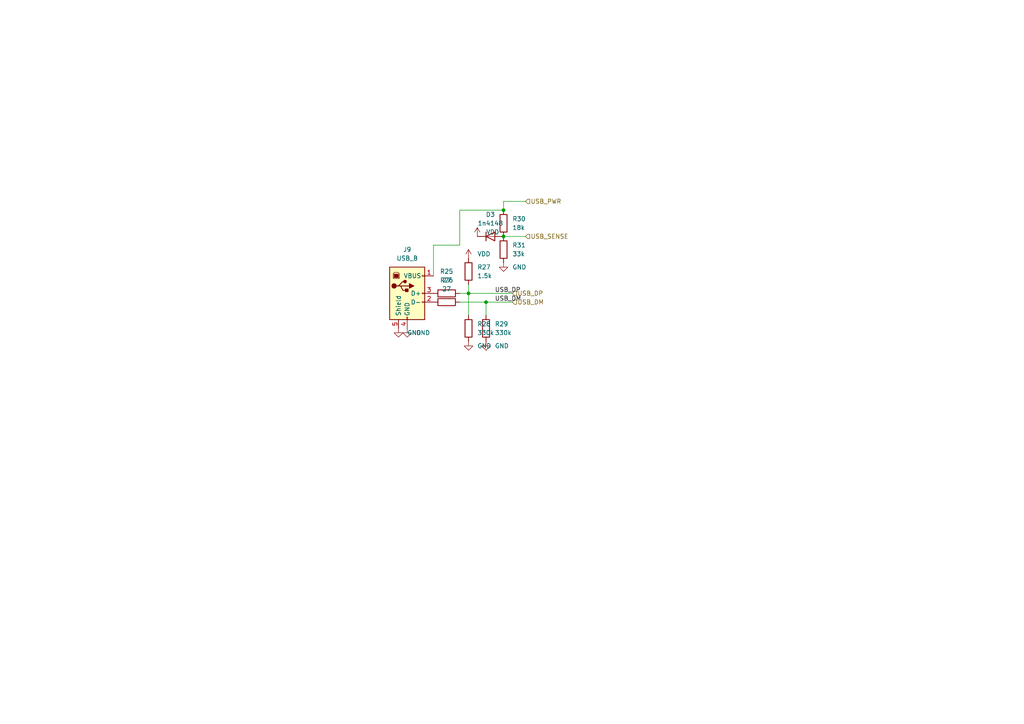
<source format=kicad_sch>
(kicad_sch (version 20211123) (generator eeschema)
  (paper "A4")
  (lib_symbols
    (symbol "Connector:USB_B" (pin_names (offset 1.016))
      (property "Reference" "J" (at -5.08 11.43 0))
      (property "Value" "USB_B" (at -5.08 8.89 0))
      (symbol "USB_B_0_1"
        (rectangle (start -5.08 -7.62) (end 5.08 7.62) (stroke (width 0.254)) (fill (type background)))
        (circle (center -3.81 2.159) (radius 0.635) (stroke (width 0.254)) (fill (type outline)))
        (rectangle (start -3.81 5.588) (end -2.54 4.572) (fill (type outline)))
        (circle (center -0.635 3.429) (radius 0.381) (stroke (width 0.254)) (fill (type outline)))
        (rectangle (start -0.127 -7.62) (end 0.127 -6.858))
        (polyline (pts (xy -1.905 2.159) (xy 0.635 2.159)) (stroke (width 0.254)))
        (polyline (pts (xy -3.175 2.159) (xy -2.54 2.159) (xy -1.27 3.429) (xy -0.635 3.429)) (stroke (width 0.254)))
        (polyline (pts (xy -2.54 2.159) (xy -1.905 2.159) (xy -1.27 0.889) (xy 0 0.889)) (stroke (width 0.254)))
        (polyline (pts (xy 0.635 2.794) (xy 0.635 1.524) (xy 1.905 2.159) (xy 0.635 2.794)) (stroke (width 0.254)) (fill (type outline)))
        (polyline (pts (xy -4.064 4.318) (xy -2.286 4.318) (xy -2.286 5.715) (xy -2.667 6.096) (xy -3.683 6.096) (xy -4.064 5.715) (xy -4.064 4.318)))
        (rectangle (start 0.254 1.27) (end -0.508 0.508) (stroke (width 0.254)) (fill (type outline)))
        (rectangle (start 5.08 -2.667) (end 4.318 -2.413))
        (rectangle (start 5.08 -0.127) (end 4.318 0.127))
        (rectangle (start 5.08 4.953) (end 4.318 5.207))
      )
      (symbol "USB_B_1_1"
        (pin power_out line (at 7.62 5.08 180) (length 2.54) (name "VBUS") (number "1"))
        (pin bidirectional line (at 7.62 -2.54 180) (length 2.54) (name "D-") (number "2"))
        (pin bidirectional line (at 7.62 0 180) (length 2.54) (name "D+") (number "3"))
        (pin power_out line (at 0 -10.16 90) (length 2.54) (name "GND") (number "4"))
        (pin passive line (at -2.54 -10.16 90) (length 2.54) (name "Shield") (number "5"))
      )
    )
    (symbol "Device:D" (pin_numbers hide) (pin_names (offset 1.016) hide)
      (property "Reference" "D" (at 0 2.54 0))
      (property "Value" "D" (at 0 -2.54 0))
      (symbol "D_0_1"
        (polyline (pts (xy -1.27 1.27) (xy -1.27 -1.27)) (stroke (width 0.254)))
        (polyline (pts (xy 1.27 0) (xy -1.27 0)))
        (polyline (pts (xy 1.27 1.27) (xy 1.27 -1.27) (xy -1.27 0) (xy 1.27 1.27)) (stroke (width 0.254)))
      )
      (symbol "D_1_1"
        (pin passive line (at -3.81 0 0) (length 2.54) (name "K") (number "1"))
        (pin passive line (at 3.81 0 180) (length 2.54) (name "A") (number "2"))
      )
    )
    (symbol "Device:R" (pin_numbers hide) (pin_names (offset 0))
      (property "Reference" "R" (at 2.032 0 90))
      (property "Value" "R" (at 0 0 90))
      (symbol "R_0_1"
        (rectangle (start -1.016 -2.54) (end 1.016 2.54) (stroke (width 0.254)))
      )
      (symbol "R_1_1"
        (pin passive line (at 0 3.81 270) (length 1.27) (name "~") (number "1"))
        (pin passive line (at 0 -3.81 90) (length 1.27) (name "~") (number "2"))
      )
    )
    (symbol "power:GND" (power) (pin_names (offset 0))
      (property "Value" "GND" (at 0 -3.81 0))
      (symbol "GND_0_1"
        (polyline (pts (xy 0 0) (xy 0 -1.27) (xy 1.27 -1.27) (xy 0 -2.54) (xy -1.27 -1.27) (xy 0 -1.27)))
      )
      (symbol "GND_1_1"
        (pin power_in line (at 0 0 270) (length 0) hide (name "GND") (number "1"))
      )
    )
    (symbol "power:VDD" (power) (pin_names (offset 0))
      (property "Value" "VDD" (at 0 3.81 0))
      (symbol "VDD_0_1"
        (polyline (pts (xy -0.762 1.27) (xy 0 2.54)))
        (polyline (pts (xy 0 0) (xy 0 2.54)))
        (polyline (pts (xy 0 2.54) (xy 0.762 1.27)))
      )
      (symbol "VDD_1_1"
        (pin power_in line (at 0 0 90) (length 0) hide (name "VDD") (number "1"))
      )
    )
  )
  (junction (at 135.89 85.09))
  (junction (at 146.05 60.96))
  (junction (at 140.97 87.63))
  (junction (at 146.05 68.58))
  (wire (pts (xy 125.73 71.12) (xy 133.35 71.12)))
  (wire (pts (xy 135.89 82.55) (xy 135.89 85.09)))
  (wire (pts (xy 133.35 71.12) (xy 133.35 60.96)))
  (wire (pts (xy 133.35 60.96) (xy 146.05 60.96)))
  (wire (pts (xy 140.97 87.63) (xy 140.97 91.44)))
  (wire (pts (xy 135.89 85.09) (xy 135.89 91.44)))
  (wire (pts (xy 140.97 87.63) (xy 133.35 87.63)))
  (wire (pts (xy 146.05 68.58) (xy 152.4 68.58)))
  (wire (pts (xy 125.73 80.01) (xy 125.73 71.12)))
  (wire (pts (xy 133.35 85.09) (xy 135.89 85.09)))
  (wire (pts (xy 152.4 58.42) (xy 146.05 58.42)))
  (wire (pts (xy 135.89 85.09) (xy 148.59 85.09)))
  (wire (pts (xy 140.97 87.63) (xy 148.59 87.63)))
  (wire (pts (xy 146.05 58.42) (xy 146.05 60.96)))
  (label "USB_DM" (at 143.51 87.63 0))
  (label "USB_DP" (at 143.51 85.09 0))
  (hierarchical_label "USB_SENSE" (shape input) (at 152.4 68.58 0))
  (hierarchical_label "USB_DM" (shape input) (at 148.59 87.63 0))
  (hierarchical_label "USB_DP" (shape input) (at 148.59 85.09 0))
  (hierarchical_label "USB_PWR" (shape input) (at 152.4 58.42 0))
  (symbol (lib_id "power:GND") (at 140.97 99.06 0) (unit 1)
    (property "Reference" "#PWR0235" (effects hide))
    (property "Value" "GND" (at 143.51 100.3299 0) (effects (justify left)))
  )
  (symbol (lib_id "Device:R") (at 135.89 95.25 180) (unit 1)
    (property "Reference" "R28" (at 138.43 93.9799 0) (effects (justify right)))
    (property "Value" "330k" (at 138.43 96.5199 0) (effects (justify right)))
    (property "Footprint" "Resistor_SMD:R_0805_2012Metric_Pad1.20x1.40mm_HandSolder" (effects hide))
  )
  (symbol (lib_id "Device:R") (at 129.54 85.09 90) (unit 1)
    (property "Reference" "R25" (at 129.54 78.74 90))
    (property "Value" "27" (at 129.54 81.28 90))
    (property "Footprint" "Resistor_SMD:R_0805_2012Metric_Pad1.20x1.40mm_HandSolder" (effects hide))
  )
  (symbol (lib_id "Device:D") (at 142.24 68.58 0) (unit 1)
    (property "Reference" "D3" (at 142.24 62.23 0))
    (property "Value" "1n4148" (at 142.24 64.77 0))
    (property "Footprint" "Diode_SMD:D_MiniMELF" (effects hide))
  )
  (symbol (lib_id "power:GND") (at 135.89 99.06 0) (unit 1)
    (property "Reference" "#PWR0234" (effects hide))
    (property "Value" "GND" (at 138.43 100.3299 0) (effects (justify left)))
  )
  (symbol (lib_id "Device:R") (at 146.05 72.39 180) (unit 1)
    (property "Reference" "R31" (at 148.59 71.1199 0) (effects (justify right)))
    (property "Value" "33k" (at 148.59 73.6599 0) (effects (justify right)))
    (property "Footprint" "Resistor_SMD:R_0805_2012Metric_Pad1.20x1.40mm_HandSolder" (effects hide))
  )
  (symbol (lib_id "power:GND") (at 146.05 76.2 0) (unit 1)
    (property "Reference" "#PWR0233" (effects hide))
    (property "Value" "GND" (at 148.59 77.4699 0) (effects (justify left)))
  )
  (symbol (lib_id "Device:R") (at 140.97 95.25 180) (unit 1)
    (property "Reference" "R29" (at 143.51 93.9799 0) (effects (justify right)))
    (property "Value" "330k" (at 143.51 96.5199 0) (effects (justify right)))
    (property "Footprint" "Resistor_SMD:R_0805_2012Metric_Pad1.20x1.40mm_HandSolder" (effects hide))
  )
  (symbol (lib_id "power:GND") (at 115.57 95.25 0) (unit 1)
    (property "Reference" "#PWR0232" (effects hide))
    (property "Value" "GND" (at 118.11 96.5199 0) (effects (justify left)))
  )
  (symbol (lib_id "Connector:USB_B") (at 118.11 85.09 0) (unit 1)
    (property "Reference" "J9" (at 118.11 72.39 0))
    (property "Value" "USB_B" (at 118.11 74.93 0))
    (property "Footprint" "Connector_USB:USB_B_OST_USB-B1HSxx_Horizontal" (effects hide))
    (property "Datasheet" " ~" (effects hide))
  )
  (symbol (lib_id "Device:R") (at 129.54 87.63 90) (unit 1)
    (property "Reference" "R26" (at 129.54 81.28 90))
    (property "Value" "27" (at 129.54 83.82 90))
    (property "Footprint" "Resistor_SMD:R_0805_2012Metric_Pad1.20x1.40mm_HandSolder" (effects hide))
  )
  (symbol (lib_id "power:VDD") (at 135.89 74.93 0) (unit 1)
    (property "Reference" "#PWR0230" (effects hide))
    (property "Value" "VDD" (at 138.43 73.6599 0) (effects (justify left)))
  )
  (symbol (lib_id "power:GND") (at 118.11 95.25 0) (unit 1)
    (property "Reference" "#PWR0231" (effects hide))
    (property "Value" "GND" (at 120.65 96.5199 0) (effects (justify left)))
  )
  (symbol (lib_id "Device:R") (at 146.05 64.77 180) (unit 1)
    (property "Reference" "R30" (at 148.59 63.4999 0) (effects (justify right)))
    (property "Value" "18k" (at 148.59 66.0399 0) (effects (justify right)))
    (property "Footprint" "Resistor_SMD:R_0805_2012Metric_Pad1.20x1.40mm_HandSolder" (effects hide))
  )
  (symbol (lib_id "power:VDD") (at 138.43 68.58 0) (unit 1)
    (property "Reference" "#PWR0229" (effects hide))
    (property "Value" "VDD" (at 140.97 67.3099 0) (effects (justify left)))
  )
  (symbol (lib_id "Device:R") (at 135.89 78.74 180) (unit 1)
    (property "Reference" "R27" (at 138.43 77.4699 0) (effects (justify right)))
    (property "Value" "1.5k" (at 138.43 80.0099 0) (effects (justify right)))
    (property "Footprint" "Resistor_SMD:R_0805_2012Metric_Pad1.20x1.40mm_HandSolder" (effects hide))
  )
)
</source>
